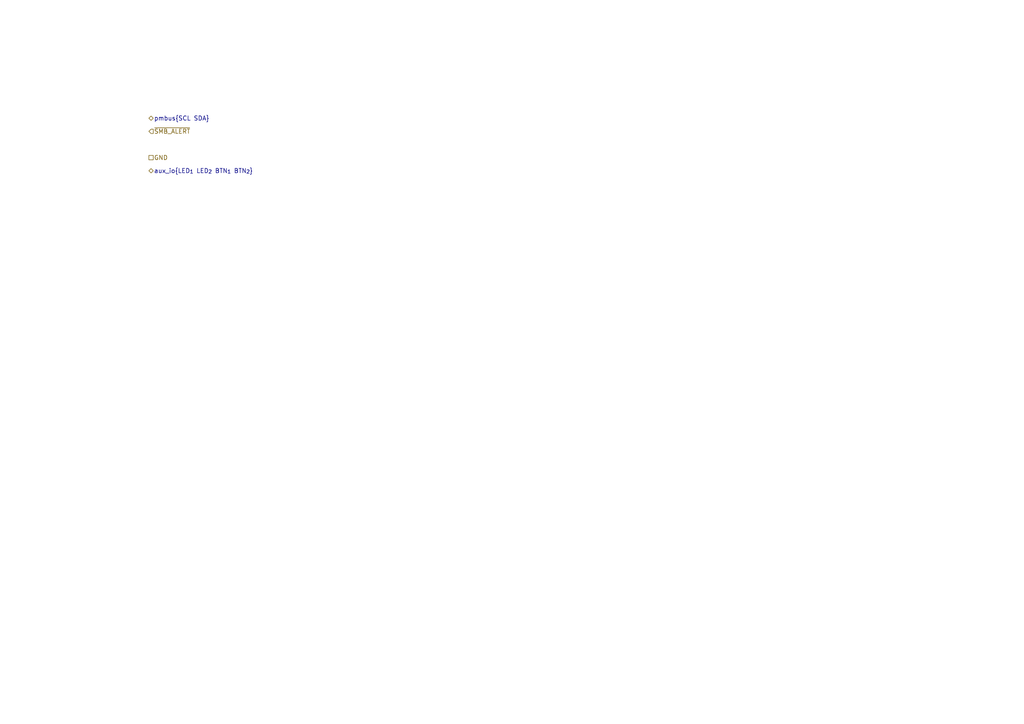
<source format=kicad_sch>
(kicad_sch (version 20210406) (generator eeschema)
  (paper "A4")
  (title_block (title "Common Slot to ATX Adapter") (rev "1"))
  (lib_symbols)
  (hierarchical_label "pmbus{SCL SDA}" (shape bidirectional) (at 43.18 34.29 0))
  (hierarchical_label "~SMB_ALERT" (shape input) (at 43.18 38.1 0))
  (hierarchical_label "GND" (shape passive) (at 43.18 45.72 0))
  (hierarchical_label "aux_io{LED_{1} LED_{2} BTN_{1} BTN_{2}}" (shape bidirectional) (at 43.18 49.53 0))
)
</source>
